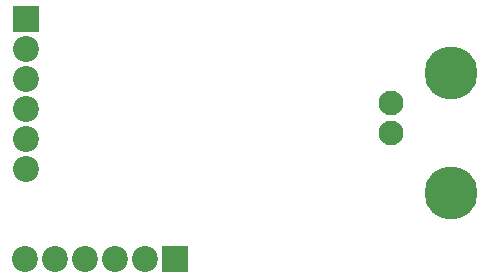
<source format=gbr>
%TF.GenerationSoftware,KiCad,Pcbnew,8.0.3*%
%TF.CreationDate,2024-10-23T17:14:16+02:00*%
%TF.ProjectId,aprs_test_board,61707273-5f74-4657-9374-5f626f617264,rev?*%
%TF.SameCoordinates,Original*%
%TF.FileFunction,Soldermask,Bot*%
%TF.FilePolarity,Negative*%
%FSLAX46Y46*%
G04 Gerber Fmt 4.6, Leading zero omitted, Abs format (unit mm)*
G04 Created by KiCad (PCBNEW 8.0.3) date 2024-10-23 17:14:16*
%MOMM*%
%LPD*%
G01*
G04 APERTURE LIST*
%ADD10R,2.200000X2.200000*%
%ADD11C,2.200000*%
%ADD12C,2.100000*%
%ADD13C,4.500000*%
G04 APERTURE END LIST*
D10*
%TO.C,J2*%
X92350000Y-92750000D03*
D11*
X92350000Y-95290000D03*
X92350000Y-97830000D03*
X92350000Y-100370000D03*
X92350000Y-102910000D03*
X92350000Y-105450000D03*
%TD*%
D10*
%TO.C,J3*%
X104960000Y-113070000D03*
D11*
X102420000Y-113070000D03*
X99880000Y-113070000D03*
X97340000Y-113070000D03*
X94800000Y-113070000D03*
X92260000Y-113070000D03*
%TD*%
D12*
%TO.C,J1*%
X123280000Y-99800000D03*
X123280000Y-102340000D03*
D13*
X128360000Y-97260000D03*
X128360000Y-107420000D03*
%TD*%
M02*

</source>
